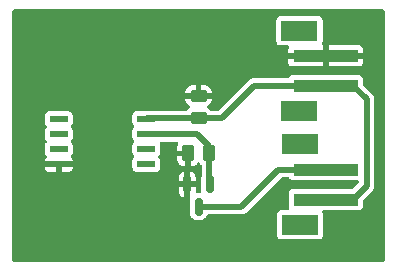
<source format=gbr>
%TF.GenerationSoftware,KiCad,Pcbnew,7.0.10*%
%TF.CreationDate,2024-03-26T17:03:31-04:00*%
%TF.ProjectId,robot_application_v2_KiCAD7,726f626f-745f-4617-9070-6c6963617469,rev?*%
%TF.SameCoordinates,Original*%
%TF.FileFunction,Copper,L1,Top*%
%TF.FilePolarity,Positive*%
%FSLAX46Y46*%
G04 Gerber Fmt 4.6, Leading zero omitted, Abs format (unit mm)*
G04 Created by KiCad (PCBNEW 7.0.10) date 2024-03-26 17:03:31*
%MOMM*%
%LPD*%
G01*
G04 APERTURE LIST*
G04 Aperture macros list*
%AMRoundRect*
0 Rectangle with rounded corners*
0 $1 Rounding radius*
0 $2 $3 $4 $5 $6 $7 $8 $9 X,Y pos of 4 corners*
0 Add a 4 corners polygon primitive as box body*
4,1,4,$2,$3,$4,$5,$6,$7,$8,$9,$2,$3,0*
0 Add four circle primitives for the rounded corners*
1,1,$1+$1,$2,$3*
1,1,$1+$1,$4,$5*
1,1,$1+$1,$6,$7*
1,1,$1+$1,$8,$9*
0 Add four rect primitives between the rounded corners*
20,1,$1+$1,$2,$3,$4,$5,0*
20,1,$1+$1,$4,$5,$6,$7,0*
20,1,$1+$1,$6,$7,$8,$9,0*
20,1,$1+$1,$8,$9,$2,$3,0*%
G04 Aperture macros list end*
%TA.AperFunction,SMDPad,CuDef*%
%ADD10R,5.511800X0.990600*%
%TD*%
%TA.AperFunction,SMDPad,CuDef*%
%ADD11R,3.098800X1.701800*%
%TD*%
%TA.AperFunction,SMDPad,CuDef*%
%ADD12RoundRect,0.150000X-0.150000X0.587500X-0.150000X-0.587500X0.150000X-0.587500X0.150000X0.587500X0*%
%TD*%
%TA.AperFunction,SMDPad,CuDef*%
%ADD13RoundRect,0.250000X0.262500X0.450000X-0.262500X0.450000X-0.262500X-0.450000X0.262500X-0.450000X0*%
%TD*%
%TA.AperFunction,SMDPad,CuDef*%
%ADD14RoundRect,0.250000X0.475000X-0.250000X0.475000X0.250000X-0.475000X0.250000X-0.475000X-0.250000X0*%
%TD*%
%TA.AperFunction,SMDPad,CuDef*%
%ADD15R,1.549400X0.533400*%
%TD*%
%TA.AperFunction,Conductor*%
%ADD16C,0.500000*%
%TD*%
G04 APERTURE END LIST*
D10*
%TO.P,J1,1,1*%
%TO.N,/Vin*%
X53937247Y-28815818D03*
%TO.P,J1,2,2*%
%TO.N,GND*%
X53937247Y-26275818D03*
D11*
%TO.P,J1,3*%
%TO.N,N/C*%
X51730246Y-30945816D03*
%TO.P,J1,4*%
X51730246Y-24145820D03*
%TD*%
D12*
%TO.P,Q1,1,G*%
%TO.N,/signal*%
X44130000Y-37162500D03*
%TO.P,Q1,2,S*%
%TO.N,GND*%
X42230000Y-37162500D03*
%TO.P,Q1,3,D*%
%TO.N,Net-(Q1-D)*%
X43180000Y-39037500D03*
%TD*%
D13*
%TO.P,R2,1*%
%TO.N,/signal*%
X44092500Y-34544000D03*
%TO.P,R2,2*%
%TO.N,GND*%
X42267500Y-34544000D03*
%TD*%
D14*
%TO.P,C3,2*%
%TO.N,GND*%
X43180000Y-29657000D03*
%TO.P,C3,1*%
%TO.N,/Vin*%
X43180000Y-31557000D03*
%TD*%
D10*
%TO.P,J2,1,1*%
%TO.N,/Vin*%
X53961866Y-38442408D03*
%TO.P,J2,2,2*%
%TO.N,Net-(Q1-D)*%
X53961866Y-35902408D03*
D11*
%TO.P,J2,3*%
%TO.N,N/C*%
X51754865Y-40572406D03*
%TO.P,J2,4*%
X51754865Y-33772410D03*
%TD*%
D15*
%TO.P,U1,1,PB5*%
%TO.N,unconnected-(U1-PB5-Pad1)*%
X31343600Y-31623000D03*
%TO.P,U1,2,PB3*%
%TO.N,/analog_read*%
X31343600Y-32893000D03*
%TO.P,U1,3,PB4*%
%TO.N,unconnected-(U1-PB4-Pad3)*%
X31343600Y-34163000D03*
%TO.P,U1,4,GND*%
%TO.N,GND*%
X31343600Y-35433000D03*
%TO.P,U1,5,PB0*%
%TO.N,unconnected-(U1-PB0-Pad5)*%
X38760400Y-35433000D03*
%TO.P,U1,6,PB1*%
%TO.N,/buzzer*%
X38760400Y-34163000D03*
%TO.P,U1,7,PB2*%
%TO.N,/signal*%
X38760400Y-32893000D03*
%TO.P,U1,8,VCC*%
%TO.N,/Vin*%
X38760400Y-31623000D03*
%TD*%
D16*
%TO.N,/Vin*%
X45151000Y-31557000D02*
X43180000Y-31557000D01*
X47892182Y-28815818D02*
X45151000Y-31557000D01*
X38826400Y-31557000D02*
X38760400Y-31623000D01*
X43180000Y-31557000D02*
X38826400Y-31557000D01*
X53961866Y-38442408D02*
X56222466Y-38442408D01*
X57404000Y-29972000D02*
X56247818Y-28815818D01*
X57404000Y-37260874D02*
X57404000Y-29972000D01*
X56247818Y-28815818D02*
X53937247Y-28815818D01*
X47892182Y-28815818D02*
X53937247Y-28815818D01*
X56222466Y-38442408D02*
X57404000Y-37260874D01*
%TO.N,/signal*%
X44092500Y-37125000D02*
X44130000Y-37162500D01*
X43053000Y-32893000D02*
X44092500Y-33932500D01*
X38760400Y-32893000D02*
X43053000Y-32893000D01*
X44092500Y-34544000D02*
X44092500Y-37125000D01*
X44092500Y-33932500D02*
X44092500Y-34544000D01*
%TO.N,Net-(Q1-D)*%
X43180000Y-39037500D02*
X46814500Y-39037500D01*
X46814500Y-39037500D02*
X49949592Y-35902408D01*
X49949592Y-35902408D02*
X53961866Y-35902408D01*
%TD*%
%TA.AperFunction,Conductor*%
%TO.N,GND*%
G36*
X58878539Y-22364185D02*
G01*
X58924294Y-22416989D01*
X58935500Y-22468500D01*
X58935500Y-43571500D01*
X58915815Y-43638539D01*
X58863011Y-43684294D01*
X58811500Y-43695500D01*
X27548500Y-43695500D01*
X27481461Y-43675815D01*
X27435706Y-43623011D01*
X27424500Y-43571500D01*
X27424500Y-37412500D01*
X41530000Y-37412500D01*
X41530000Y-37793053D01*
X41540613Y-37881443D01*
X41596079Y-38022095D01*
X41687435Y-38142564D01*
X41807904Y-38233920D01*
X41948557Y-38289386D01*
X41980000Y-38293161D01*
X41980000Y-37412500D01*
X41530000Y-37412500D01*
X27424500Y-37412500D01*
X27424500Y-36912500D01*
X41530000Y-36912500D01*
X41980000Y-36912500D01*
X41980000Y-36031836D01*
X42480000Y-36031836D01*
X42480000Y-36912500D01*
X42930000Y-36912500D01*
X42930000Y-36531946D01*
X42919386Y-36443556D01*
X42863920Y-36302904D01*
X42772564Y-36182435D01*
X42652093Y-36091078D01*
X42652091Y-36091077D01*
X42511447Y-36035614D01*
X42480000Y-36031836D01*
X41980000Y-36031836D01*
X41948552Y-36035614D01*
X41807908Y-36091077D01*
X41807906Y-36091078D01*
X41687435Y-36182435D01*
X41596079Y-36302904D01*
X41540613Y-36443556D01*
X41530000Y-36531946D01*
X41530000Y-36912500D01*
X27424500Y-36912500D01*
X27424500Y-35683000D01*
X30168901Y-35683000D01*
X30168901Y-35731179D01*
X30183735Y-35824849D01*
X30183737Y-35824855D01*
X30241256Y-35937741D01*
X30241263Y-35937750D01*
X30330849Y-36027336D01*
X30330853Y-36027339D01*
X30443755Y-36084866D01*
X30537414Y-36099699D01*
X31093599Y-36099699D01*
X31093600Y-36099698D01*
X31093600Y-35683000D01*
X31593600Y-35683000D01*
X31593600Y-36099699D01*
X32149779Y-36099699D01*
X32243449Y-36084864D01*
X32243455Y-36084862D01*
X32356341Y-36027343D01*
X32356350Y-36027336D01*
X32445936Y-35937750D01*
X32445939Y-35937746D01*
X32503466Y-35824844D01*
X32518295Y-35731217D01*
X37585200Y-35731217D01*
X37595992Y-35799357D01*
X37600054Y-35825004D01*
X37657650Y-35938042D01*
X37657652Y-35938044D01*
X37657654Y-35938047D01*
X37747352Y-36027745D01*
X37747354Y-36027746D01*
X37747358Y-36027750D01*
X37859446Y-36084862D01*
X37860398Y-36085347D01*
X37947816Y-36099191D01*
X37951011Y-36099698D01*
X37954175Y-36100199D01*
X37954181Y-36100200D01*
X39566618Y-36100199D01*
X39660404Y-36085346D01*
X39773442Y-36027750D01*
X39863150Y-35938042D01*
X39920746Y-35825004D01*
X39920746Y-35825002D01*
X39920747Y-35825001D01*
X39935599Y-35731224D01*
X39935600Y-35731219D01*
X39935599Y-35134782D01*
X39920746Y-35040996D01*
X39863150Y-34927958D01*
X39863146Y-34927954D01*
X39863145Y-34927952D01*
X39820874Y-34885681D01*
X39787389Y-34824358D01*
X39789560Y-34794000D01*
X41355000Y-34794000D01*
X41355000Y-35059649D01*
X41357899Y-35096489D01*
X41357900Y-35096495D01*
X41403716Y-35254193D01*
X41403717Y-35254196D01*
X41487314Y-35395552D01*
X41487321Y-35395561D01*
X41603438Y-35511678D01*
X41603447Y-35511685D01*
X41744803Y-35595282D01*
X41744806Y-35595283D01*
X41902504Y-35641099D01*
X41902510Y-35641100D01*
X41939350Y-35643999D01*
X41939366Y-35644000D01*
X42017500Y-35644000D01*
X42017500Y-34794000D01*
X41355000Y-34794000D01*
X39789560Y-34794000D01*
X39792373Y-34754666D01*
X39820874Y-34710319D01*
X39863145Y-34668047D01*
X39863150Y-34668042D01*
X39920746Y-34555004D01*
X39920746Y-34555002D01*
X39920747Y-34555001D01*
X39935599Y-34461224D01*
X39935600Y-34461219D01*
X39935599Y-33864782D01*
X39920746Y-33770996D01*
X39896694Y-33723792D01*
X39883799Y-33655126D01*
X39910075Y-33590385D01*
X39967182Y-33550128D01*
X40007180Y-33543500D01*
X41358007Y-33543500D01*
X41425046Y-33563185D01*
X41470801Y-33615989D01*
X41480745Y-33685147D01*
X41464739Y-33730621D01*
X41403717Y-33833803D01*
X41403716Y-33833806D01*
X41357900Y-33991504D01*
X41357899Y-33991510D01*
X41355000Y-34028350D01*
X41355000Y-34294000D01*
X42393500Y-34294000D01*
X42460539Y-34313685D01*
X42506294Y-34366489D01*
X42517500Y-34418000D01*
X42517500Y-35644000D01*
X42595634Y-35644000D01*
X42595649Y-35643999D01*
X42632489Y-35641100D01*
X42632495Y-35641099D01*
X42790193Y-35595283D01*
X42790196Y-35595282D01*
X42931552Y-35511685D01*
X42931561Y-35511678D01*
X43047678Y-35395561D01*
X43047682Y-35395555D01*
X43072976Y-35352786D01*
X43124045Y-35305102D01*
X43192786Y-35292597D01*
X43257376Y-35319242D01*
X43286441Y-35352784D01*
X43311919Y-35395865D01*
X43311921Y-35395867D01*
X43311923Y-35395870D01*
X43405681Y-35489628D01*
X43439166Y-35550951D01*
X43442000Y-35577309D01*
X43442000Y-36420580D01*
X43440161Y-36435433D01*
X43441071Y-36435543D01*
X43440123Y-36443435D01*
X43440123Y-36443436D01*
X43429500Y-36531898D01*
X43429500Y-36531903D01*
X43429500Y-36531904D01*
X43429500Y-37775500D01*
X43409815Y-37842539D01*
X43357011Y-37888294D01*
X43305500Y-37899500D01*
X43054000Y-37899500D01*
X42986961Y-37879815D01*
X42941206Y-37827011D01*
X42930000Y-37775500D01*
X42930000Y-37412500D01*
X42480000Y-37412500D01*
X42480000Y-38319188D01*
X42480411Y-38319845D01*
X42484150Y-38368169D01*
X42481889Y-38387000D01*
X42479500Y-38406898D01*
X42479500Y-39668102D01*
X42482161Y-39690259D01*
X42490122Y-39756561D01*
X42545639Y-39897343D01*
X42637077Y-40017922D01*
X42757656Y-40109360D01*
X42757657Y-40109360D01*
X42757658Y-40109361D01*
X42898436Y-40164877D01*
X42986898Y-40175500D01*
X42986903Y-40175500D01*
X43373097Y-40175500D01*
X43373102Y-40175500D01*
X43461564Y-40164877D01*
X43602342Y-40109361D01*
X43722922Y-40017922D01*
X43814361Y-39897342D01*
X43865955Y-39766507D01*
X43908860Y-39711366D01*
X43974768Y-39688173D01*
X43981309Y-39688000D01*
X46728995Y-39688000D01*
X46745005Y-39689767D01*
X46745028Y-39689526D01*
X46752789Y-39690258D01*
X46752796Y-39690260D01*
X46822762Y-39688060D01*
X46826657Y-39688000D01*
X46855425Y-39688000D01*
X46859787Y-39687448D01*
X46871439Y-39686530D01*
X46917069Y-39685097D01*
X46937456Y-39679173D01*
X46956496Y-39675231D01*
X46977558Y-39672571D01*
X47020020Y-39655758D01*
X47031057Y-39651980D01*
X47074898Y-39639244D01*
X47093165Y-39628439D01*
X47110636Y-39619880D01*
X47130371Y-39612068D01*
X47167316Y-39585225D01*
X47177058Y-39578826D01*
X47216365Y-39555581D01*
X47231370Y-39540575D01*
X47246168Y-39527936D01*
X47263337Y-39515463D01*
X47292446Y-39480274D01*
X47300290Y-39471654D01*
X50182719Y-36589227D01*
X50244042Y-36555742D01*
X50270400Y-36552908D01*
X50759566Y-36552908D01*
X50826605Y-36572593D01*
X50870049Y-36620611D01*
X50877916Y-36636050D01*
X50877918Y-36636052D01*
X50877920Y-36636055D01*
X50967618Y-36725753D01*
X50967620Y-36725754D01*
X50967624Y-36725758D01*
X51080662Y-36783354D01*
X51080664Y-36783355D01*
X51174441Y-36798207D01*
X51174447Y-36798208D01*
X56629500Y-36798207D01*
X56696539Y-36817892D01*
X56742294Y-36870696D01*
X56753500Y-36922207D01*
X56753500Y-36940065D01*
X56733815Y-37007104D01*
X56717181Y-37027746D01*
X56234638Y-37510289D01*
X56173315Y-37543774D01*
X56146957Y-37546608D01*
X51174448Y-37546608D01*
X51093485Y-37559431D01*
X51080662Y-37561462D01*
X50967624Y-37619058D01*
X50967623Y-37619059D01*
X50967618Y-37619062D01*
X50877920Y-37708760D01*
X50877917Y-37708765D01*
X50877916Y-37708766D01*
X50874719Y-37715041D01*
X50820318Y-37821806D01*
X50805466Y-37915583D01*
X50805466Y-38969225D01*
X50820320Y-39063012D01*
X50859910Y-39140712D01*
X50872806Y-39209381D01*
X50846529Y-39274121D01*
X50789423Y-39314378D01*
X50749425Y-39321006D01*
X50173947Y-39321006D01*
X50092984Y-39333829D01*
X50080161Y-39335860D01*
X49967123Y-39393456D01*
X49967122Y-39393457D01*
X49967117Y-39393460D01*
X49877419Y-39483158D01*
X49877416Y-39483163D01*
X49819817Y-39596204D01*
X49804965Y-39689981D01*
X49804965Y-41454823D01*
X49815757Y-41522963D01*
X49819819Y-41548610D01*
X49877415Y-41661648D01*
X49877417Y-41661650D01*
X49877419Y-41661653D01*
X49967117Y-41751351D01*
X49967119Y-41751352D01*
X49967123Y-41751356D01*
X50080159Y-41808951D01*
X50080163Y-41808953D01*
X50173940Y-41823805D01*
X50173946Y-41823806D01*
X53335783Y-41823805D01*
X53429569Y-41808952D01*
X53542607Y-41751356D01*
X53632315Y-41661648D01*
X53689911Y-41548610D01*
X53689911Y-41548608D01*
X53689912Y-41548607D01*
X53704764Y-41454830D01*
X53704765Y-41454825D01*
X53704764Y-39689988D01*
X53689911Y-39596202D01*
X53650319Y-39518499D01*
X53637424Y-39449833D01*
X53663700Y-39385092D01*
X53720807Y-39344835D01*
X53760805Y-39338207D01*
X56749283Y-39338207D01*
X56749284Y-39338207D01*
X56843070Y-39323354D01*
X56956108Y-39265758D01*
X57045816Y-39176050D01*
X57103412Y-39063012D01*
X57103412Y-39063010D01*
X57103413Y-39063009D01*
X57118265Y-38969232D01*
X57118266Y-38969227D01*
X57118265Y-38517914D01*
X57137949Y-38450876D01*
X57154579Y-38430239D01*
X57803513Y-37781305D01*
X57816079Y-37771239D01*
X57815925Y-37771052D01*
X57821933Y-37766079D01*
X57821940Y-37766076D01*
X57845227Y-37741276D01*
X57869865Y-37715041D01*
X57872578Y-37712241D01*
X57876059Y-37708760D01*
X57892911Y-37691909D01*
X57895606Y-37688434D01*
X57903199Y-37679543D01*
X57934448Y-37646267D01*
X57944674Y-37627664D01*
X57955353Y-37611407D01*
X57968362Y-37594638D01*
X57986491Y-37552740D01*
X57991620Y-37542269D01*
X58013627Y-37502242D01*
X58018905Y-37481680D01*
X58025207Y-37463273D01*
X58033635Y-37443801D01*
X58040777Y-37398699D01*
X58043140Y-37387292D01*
X58054500Y-37343051D01*
X58054500Y-37321823D01*
X58056027Y-37302423D01*
X58059346Y-37281469D01*
X58055050Y-37236021D01*
X58054500Y-37224352D01*
X58054500Y-30057501D01*
X58056268Y-30041488D01*
X58056026Y-30041466D01*
X58056758Y-30033710D01*
X58056760Y-30033703D01*
X58054561Y-29963735D01*
X58054500Y-29959840D01*
X58054500Y-29931077D01*
X58054499Y-29931070D01*
X58053949Y-29926716D01*
X58053030Y-29915054D01*
X58052303Y-29891912D01*
X58051597Y-29869430D01*
X58045676Y-29849052D01*
X58041731Y-29830003D01*
X58039071Y-29808942D01*
X58022261Y-29766487D01*
X58018481Y-29755445D01*
X58007674Y-29718245D01*
X58005744Y-29711601D01*
X58004365Y-29709270D01*
X57995581Y-29694417D01*
X57994939Y-29693332D01*
X57986379Y-29675858D01*
X57984662Y-29671521D01*
X57978568Y-29656129D01*
X57951737Y-29619199D01*
X57945323Y-29609435D01*
X57922082Y-29570137D01*
X57922081Y-29570135D01*
X57907075Y-29555129D01*
X57894435Y-29540330D01*
X57881961Y-29523160D01*
X57846780Y-29494056D01*
X57838140Y-29486194D01*
X57129965Y-28778019D01*
X57096480Y-28716696D01*
X57093646Y-28690338D01*
X57093646Y-28289000D01*
X57090334Y-28268087D01*
X57078793Y-28195214D01*
X57021197Y-28082176D01*
X57021193Y-28082172D01*
X57021192Y-28082170D01*
X56931494Y-27992472D01*
X56931491Y-27992470D01*
X56931489Y-27992468D01*
X56854664Y-27953323D01*
X56818448Y-27934870D01*
X56724671Y-27920018D01*
X51149829Y-27920018D01*
X51068866Y-27932841D01*
X51056043Y-27934872D01*
X50943005Y-27992468D01*
X50943004Y-27992469D01*
X50942999Y-27992472D01*
X50853301Y-28082170D01*
X50853298Y-28082175D01*
X50853297Y-28082176D01*
X50845430Y-28097614D01*
X50797457Y-28148409D01*
X50734947Y-28165318D01*
X47977688Y-28165318D01*
X47961677Y-28163550D01*
X47961655Y-28163792D01*
X47953888Y-28163057D01*
X47883906Y-28165257D01*
X47880011Y-28165318D01*
X47851257Y-28165318D01*
X47851251Y-28165318D01*
X47851245Y-28165319D01*
X47846881Y-28165870D01*
X47835251Y-28166785D01*
X47789615Y-28168219D01*
X47775055Y-28172448D01*
X47769222Y-28174143D01*
X47750178Y-28178087D01*
X47729124Y-28180747D01*
X47729122Y-28180747D01*
X47686678Y-28197551D01*
X47675632Y-28201333D01*
X47631783Y-28214072D01*
X47613507Y-28224881D01*
X47596042Y-28233437D01*
X47576306Y-28241251D01*
X47539369Y-28268087D01*
X47529610Y-28274498D01*
X47490318Y-28297735D01*
X47475306Y-28312747D01*
X47460518Y-28325376D01*
X47443349Y-28337850D01*
X47443347Y-28337852D01*
X47414238Y-28373037D01*
X47406378Y-28381674D01*
X44917873Y-30870181D01*
X44856550Y-30903666D01*
X44830192Y-30906500D01*
X44225809Y-30906500D01*
X44158770Y-30886815D01*
X44138128Y-30870181D01*
X44056870Y-30788923D01*
X44056861Y-30788916D01*
X43929239Y-30713441D01*
X43881555Y-30662372D01*
X43869052Y-30593630D01*
X43895697Y-30529041D01*
X43929240Y-30499977D01*
X44056550Y-30424687D01*
X44056561Y-30424678D01*
X44172678Y-30308561D01*
X44172685Y-30308552D01*
X44256282Y-30167196D01*
X44256283Y-30167193D01*
X44302099Y-30009495D01*
X44302100Y-30009489D01*
X44304999Y-29972649D01*
X44305000Y-29972634D01*
X44305000Y-29907000D01*
X42055000Y-29907000D01*
X42055000Y-29972649D01*
X42057899Y-30009489D01*
X42057900Y-30009495D01*
X42103716Y-30167193D01*
X42103717Y-30167196D01*
X42187314Y-30308552D01*
X42187321Y-30308561D01*
X42303438Y-30424678D01*
X42303446Y-30424684D01*
X42430760Y-30499977D01*
X42478443Y-30551046D01*
X42490947Y-30619787D01*
X42464302Y-30684377D01*
X42430760Y-30713441D01*
X42303138Y-30788916D01*
X42303129Y-30788923D01*
X42221872Y-30870181D01*
X42160549Y-30903666D01*
X42134191Y-30906500D01*
X38911904Y-30906500D01*
X38895893Y-30904732D01*
X38895871Y-30904974D01*
X38888104Y-30904240D01*
X38888103Y-30904240D01*
X38859627Y-30905135D01*
X38818137Y-30906439D01*
X38814242Y-30906500D01*
X38785475Y-30906500D01*
X38785472Y-30906500D01*
X38785457Y-30906501D01*
X38781087Y-30907053D01*
X38769459Y-30907968D01*
X38723835Y-30909402D01*
X38723825Y-30909404D01*
X38703449Y-30915323D01*
X38684408Y-30919266D01*
X38663353Y-30921926D01*
X38663337Y-30921930D01*
X38620891Y-30938735D01*
X38609847Y-30942516D01*
X38581079Y-30950875D01*
X38546480Y-30955800D01*
X37954182Y-30955800D01*
X37873219Y-30968623D01*
X37860396Y-30970654D01*
X37747358Y-31028250D01*
X37747357Y-31028251D01*
X37747352Y-31028254D01*
X37657654Y-31117952D01*
X37657651Y-31117957D01*
X37600052Y-31230998D01*
X37585200Y-31324775D01*
X37585200Y-31921217D01*
X37595992Y-31989357D01*
X37600054Y-32015004D01*
X37657650Y-32128042D01*
X37657652Y-32128044D01*
X37657654Y-32128047D01*
X37699926Y-32170319D01*
X37733411Y-32231642D01*
X37728427Y-32301334D01*
X37699926Y-32345681D01*
X37657654Y-32387952D01*
X37657651Y-32387957D01*
X37657650Y-32387958D01*
X37647059Y-32408744D01*
X37600052Y-32500998D01*
X37585200Y-32594775D01*
X37585200Y-33191217D01*
X37595992Y-33259357D01*
X37600054Y-33285004D01*
X37657650Y-33398042D01*
X37657652Y-33398044D01*
X37657654Y-33398047D01*
X37699926Y-33440319D01*
X37733411Y-33501642D01*
X37728427Y-33571334D01*
X37699926Y-33615681D01*
X37657654Y-33657952D01*
X37657651Y-33657957D01*
X37657650Y-33657958D01*
X37640239Y-33692129D01*
X37600052Y-33770998D01*
X37585200Y-33864775D01*
X37585200Y-34461217D01*
X37595992Y-34529357D01*
X37600054Y-34555004D01*
X37657650Y-34668042D01*
X37657652Y-34668044D01*
X37657654Y-34668047D01*
X37699926Y-34710319D01*
X37733411Y-34771642D01*
X37728427Y-34841334D01*
X37699926Y-34885681D01*
X37657654Y-34927952D01*
X37657651Y-34927957D01*
X37657650Y-34927958D01*
X37654511Y-34934119D01*
X37600052Y-35040998D01*
X37585200Y-35134775D01*
X37585200Y-35731217D01*
X32518295Y-35731217D01*
X32518300Y-35731186D01*
X32518300Y-35683000D01*
X31593600Y-35683000D01*
X31093600Y-35683000D01*
X30168901Y-35683000D01*
X27424500Y-35683000D01*
X27424500Y-34461217D01*
X30168400Y-34461217D01*
X30179192Y-34529357D01*
X30183254Y-34555004D01*
X30240850Y-34668042D01*
X30240852Y-34668044D01*
X30240854Y-34668047D01*
X30283479Y-34710672D01*
X30316964Y-34771995D01*
X30311980Y-34841687D01*
X30283479Y-34886034D01*
X30241263Y-34928249D01*
X30241260Y-34928253D01*
X30183733Y-35041155D01*
X30168900Y-35134813D01*
X30168900Y-35183000D01*
X32518299Y-35183000D01*
X32518299Y-35134820D01*
X32503464Y-35041150D01*
X32503462Y-35041144D01*
X32445943Y-34928258D01*
X32445936Y-34928249D01*
X32403721Y-34886034D01*
X32370236Y-34824711D01*
X32375220Y-34755019D01*
X32403721Y-34710672D01*
X32446345Y-34668047D01*
X32446350Y-34668042D01*
X32503946Y-34555004D01*
X32503946Y-34555002D01*
X32503947Y-34555001D01*
X32518799Y-34461224D01*
X32518800Y-34461219D01*
X32518799Y-33864782D01*
X32503946Y-33770996D01*
X32446350Y-33657958D01*
X32446346Y-33657954D01*
X32446345Y-33657952D01*
X32404074Y-33615681D01*
X32370589Y-33554358D01*
X32375573Y-33484666D01*
X32404074Y-33440319D01*
X32446345Y-33398047D01*
X32446350Y-33398042D01*
X32503946Y-33285004D01*
X32503946Y-33285002D01*
X32503947Y-33285001D01*
X32518799Y-33191224D01*
X32518800Y-33191219D01*
X32518799Y-32594782D01*
X32503946Y-32500996D01*
X32446350Y-32387958D01*
X32446346Y-32387954D01*
X32446345Y-32387952D01*
X32404074Y-32345681D01*
X32370589Y-32284358D01*
X32375573Y-32214666D01*
X32404074Y-32170319D01*
X32446345Y-32128047D01*
X32446350Y-32128042D01*
X32503946Y-32015004D01*
X32503946Y-32015002D01*
X32503947Y-32015001D01*
X32518673Y-31922018D01*
X32518800Y-31921219D01*
X32518799Y-31324782D01*
X32503946Y-31230996D01*
X32446350Y-31117958D01*
X32446346Y-31117954D01*
X32446345Y-31117952D01*
X32356647Y-31028254D01*
X32356644Y-31028252D01*
X32356642Y-31028250D01*
X32279817Y-30989105D01*
X32243601Y-30970652D01*
X32149824Y-30955800D01*
X30537382Y-30955800D01*
X30456419Y-30968623D01*
X30443596Y-30970654D01*
X30330558Y-31028250D01*
X30330557Y-31028251D01*
X30330552Y-31028254D01*
X30240854Y-31117952D01*
X30240851Y-31117957D01*
X30183252Y-31230998D01*
X30168400Y-31324775D01*
X30168400Y-31921217D01*
X30179192Y-31989357D01*
X30183254Y-32015004D01*
X30240850Y-32128042D01*
X30240852Y-32128044D01*
X30240854Y-32128047D01*
X30283126Y-32170319D01*
X30316611Y-32231642D01*
X30311627Y-32301334D01*
X30283126Y-32345681D01*
X30240854Y-32387952D01*
X30240851Y-32387957D01*
X30240850Y-32387958D01*
X30230259Y-32408744D01*
X30183252Y-32500998D01*
X30168400Y-32594775D01*
X30168400Y-33191217D01*
X30179192Y-33259357D01*
X30183254Y-33285004D01*
X30240850Y-33398042D01*
X30240852Y-33398044D01*
X30240854Y-33398047D01*
X30283126Y-33440319D01*
X30316611Y-33501642D01*
X30311627Y-33571334D01*
X30283126Y-33615681D01*
X30240854Y-33657952D01*
X30240851Y-33657957D01*
X30240850Y-33657958D01*
X30223439Y-33692129D01*
X30183252Y-33770998D01*
X30168400Y-33864775D01*
X30168400Y-34461217D01*
X27424500Y-34461217D01*
X27424500Y-29407000D01*
X42055000Y-29407000D01*
X42930000Y-29407000D01*
X42930000Y-28757000D01*
X43430000Y-28757000D01*
X43430000Y-29407000D01*
X44305000Y-29407000D01*
X44305000Y-29341365D01*
X44304999Y-29341350D01*
X44302100Y-29304510D01*
X44302099Y-29304504D01*
X44256283Y-29146806D01*
X44256282Y-29146803D01*
X44172685Y-29005447D01*
X44172678Y-29005438D01*
X44056561Y-28889321D01*
X44056552Y-28889314D01*
X43915196Y-28805717D01*
X43915193Y-28805716D01*
X43757495Y-28759900D01*
X43757489Y-28759899D01*
X43720649Y-28757000D01*
X43430000Y-28757000D01*
X42930000Y-28757000D01*
X42639350Y-28757000D01*
X42602510Y-28759899D01*
X42602504Y-28759900D01*
X42444806Y-28805716D01*
X42444803Y-28805717D01*
X42303447Y-28889314D01*
X42303438Y-28889321D01*
X42187321Y-29005438D01*
X42187314Y-29005447D01*
X42103717Y-29146803D01*
X42103716Y-29146806D01*
X42057900Y-29304504D01*
X42057899Y-29304510D01*
X42055000Y-29341350D01*
X42055000Y-29407000D01*
X27424500Y-29407000D01*
X27424500Y-26525818D01*
X50781348Y-26525818D01*
X50781348Y-26802597D01*
X50796182Y-26896267D01*
X50796184Y-26896273D01*
X50853703Y-27009159D01*
X50853710Y-27009168D01*
X50943296Y-27098754D01*
X50943300Y-27098757D01*
X51056202Y-27156284D01*
X51149861Y-27171117D01*
X53687246Y-27171117D01*
X53687247Y-27171116D01*
X53687247Y-26525818D01*
X54187247Y-26525818D01*
X54187247Y-27171117D01*
X56724626Y-27171117D01*
X56818296Y-27156282D01*
X56818302Y-27156280D01*
X56931188Y-27098761D01*
X56931197Y-27098754D01*
X57020783Y-27009168D01*
X57020786Y-27009164D01*
X57078313Y-26896262D01*
X57093147Y-26802604D01*
X57093147Y-26525818D01*
X54187247Y-26525818D01*
X53687247Y-26525818D01*
X50781348Y-26525818D01*
X27424500Y-26525818D01*
X27424500Y-25028237D01*
X49780346Y-25028237D01*
X49791138Y-25096377D01*
X49795200Y-25122024D01*
X49852796Y-25235062D01*
X49852798Y-25235064D01*
X49852800Y-25235067D01*
X49942498Y-25324765D01*
X49942500Y-25324766D01*
X49942504Y-25324770D01*
X50051915Y-25380518D01*
X50055544Y-25382367D01*
X50149321Y-25397219D01*
X50149327Y-25397220D01*
X50725369Y-25397219D01*
X50792406Y-25416903D01*
X50838161Y-25469707D01*
X50848105Y-25538866D01*
X50835852Y-25577513D01*
X50796181Y-25655370D01*
X50796180Y-25655373D01*
X50781347Y-25749031D01*
X50781347Y-26025818D01*
X53687247Y-26025818D01*
X53687247Y-25380518D01*
X54187247Y-25380518D01*
X54187247Y-26025818D01*
X57093146Y-26025818D01*
X57093146Y-25749038D01*
X57078311Y-25655368D01*
X57078309Y-25655362D01*
X57020790Y-25542476D01*
X57020783Y-25542467D01*
X56931197Y-25452881D01*
X56931193Y-25452878D01*
X56818291Y-25395351D01*
X56724633Y-25380518D01*
X54187247Y-25380518D01*
X53687247Y-25380518D01*
X53650928Y-25344199D01*
X53652830Y-25342296D01*
X53623138Y-25308029D01*
X53613194Y-25238871D01*
X53625447Y-25200223D01*
X53665292Y-25122024D01*
X53665292Y-25122022D01*
X53665293Y-25122021D01*
X53680145Y-25028244D01*
X53680146Y-25028239D01*
X53680145Y-23263402D01*
X53665292Y-23169616D01*
X53607696Y-23056578D01*
X53607692Y-23056574D01*
X53607691Y-23056572D01*
X53517993Y-22966874D01*
X53517990Y-22966872D01*
X53517988Y-22966870D01*
X53441163Y-22927725D01*
X53404947Y-22909272D01*
X53311170Y-22894420D01*
X50149328Y-22894420D01*
X50068365Y-22907243D01*
X50055542Y-22909274D01*
X49942504Y-22966870D01*
X49942503Y-22966871D01*
X49942498Y-22966874D01*
X49852800Y-23056572D01*
X49852797Y-23056577D01*
X49795198Y-23169618D01*
X49780346Y-23263395D01*
X49780346Y-25028237D01*
X27424500Y-25028237D01*
X27424500Y-22468500D01*
X27444185Y-22401461D01*
X27496989Y-22355706D01*
X27548500Y-22344500D01*
X58811500Y-22344500D01*
X58878539Y-22364185D01*
G37*
%TD.AperFunction*%
%TD*%
M02*

</source>
